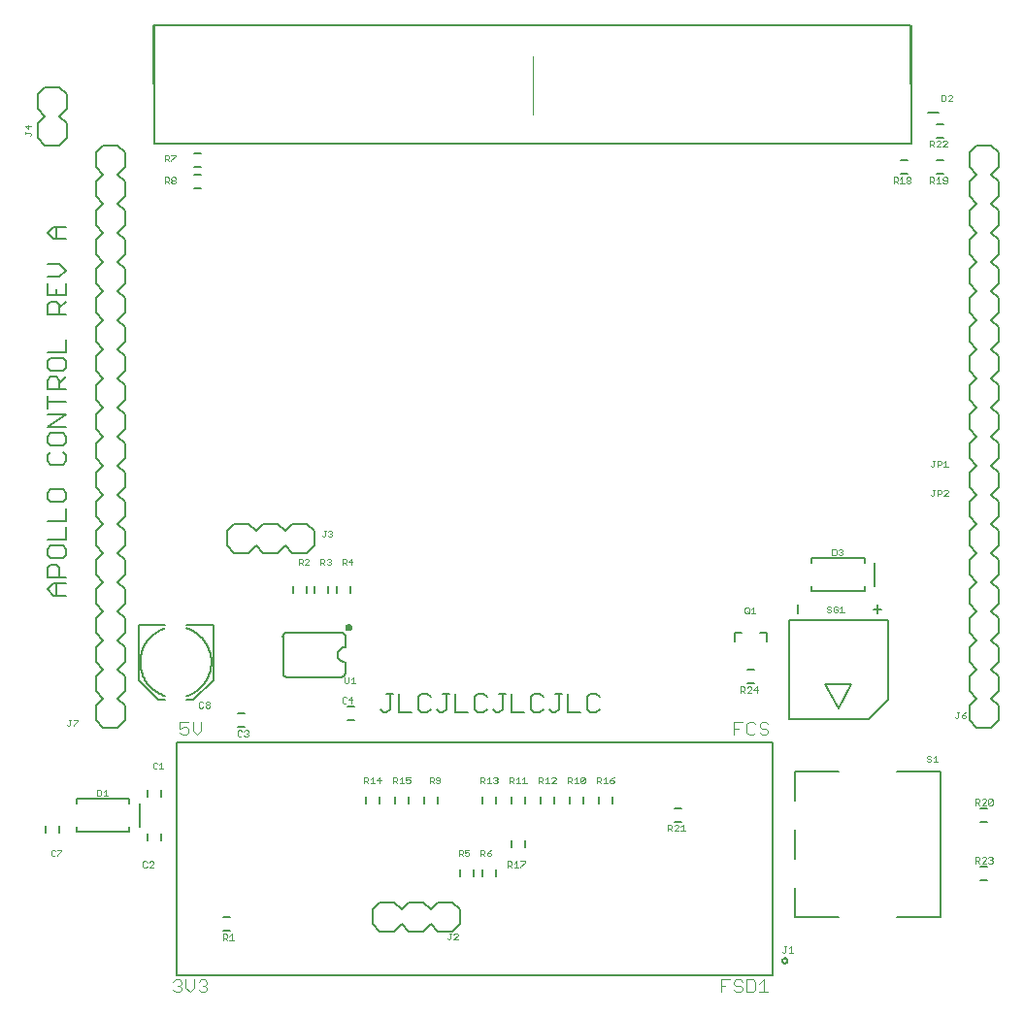
<source format=gto>
G04 EAGLE Gerber RS-274X export*
G75*
%MOMM*%
%FSLAX34Y34*%
%LPD*%
%INSilkscreen Top*%
%IPPOS*%
%AMOC8*
5,1,8,0,0,1.08239X$1,22.5*%
G01*
%ADD10C,0.152400*%
%ADD11C,0.076200*%
%ADD12C,0.203200*%
%ADD13C,0.127000*%
%ADD14C,0.101600*%
%ADD15C,0.200000*%
%ADD16C,0.000000*%

G36*
X284870Y325505D02*
X284870Y325505D01*
X284872Y325507D01*
X284873Y325506D01*
X285544Y325741D01*
X285545Y325742D01*
X285546Y325742D01*
X286148Y326120D01*
X286149Y326122D01*
X286151Y326122D01*
X286653Y326624D01*
X286653Y326626D01*
X286655Y326627D01*
X287033Y327229D01*
X287033Y327230D01*
X287034Y327231D01*
X287269Y327902D01*
X287269Y327904D01*
X287270Y327905D01*
X287349Y328611D01*
X287349Y328612D01*
X287348Y328613D01*
X287349Y328614D01*
X287270Y329320D01*
X287268Y329322D01*
X287269Y329323D01*
X287034Y329994D01*
X287033Y329995D01*
X287033Y329996D01*
X286655Y330598D01*
X286653Y330599D01*
X286653Y330601D01*
X286151Y331103D01*
X286149Y331103D01*
X286148Y331105D01*
X285546Y331483D01*
X285545Y331483D01*
X285544Y331484D01*
X284873Y331719D01*
X284871Y331719D01*
X284870Y331720D01*
X284164Y331799D01*
X284162Y331798D01*
X284161Y331799D01*
X283455Y331720D01*
X283453Y331718D01*
X283452Y331719D01*
X282781Y331484D01*
X282780Y331483D01*
X282779Y331483D01*
X282177Y331105D01*
X282176Y331103D01*
X282174Y331103D01*
X281672Y330601D01*
X281672Y330599D01*
X281670Y330598D01*
X281292Y329996D01*
X281292Y329995D01*
X281291Y329994D01*
X281056Y329323D01*
X281057Y329321D01*
X281055Y329320D01*
X280976Y328614D01*
X280977Y328612D01*
X280976Y328611D01*
X281055Y327905D01*
X281057Y327903D01*
X281056Y327902D01*
X281291Y327231D01*
X281292Y327230D01*
X281292Y327229D01*
X281670Y326627D01*
X281672Y326626D01*
X281672Y326624D01*
X282174Y326122D01*
X282176Y326122D01*
X282177Y326120D01*
X282779Y325742D01*
X282780Y325742D01*
X282781Y325741D01*
X283452Y325506D01*
X283454Y325507D01*
X283455Y325505D01*
X284161Y325426D01*
X284163Y325427D01*
X284164Y325426D01*
X284870Y325505D01*
G37*
D10*
X311912Y257474D02*
X314624Y254762D01*
X317335Y254762D01*
X320047Y257474D01*
X320047Y271032D01*
X317335Y271032D02*
X322759Y271032D01*
X328284Y271032D02*
X328284Y254762D01*
X339130Y254762D01*
X352790Y271032D02*
X355502Y268320D01*
X352790Y271032D02*
X347367Y271032D01*
X344655Y268320D01*
X344655Y257474D01*
X347367Y254762D01*
X352790Y254762D01*
X355502Y257474D01*
X361027Y257474D02*
X363738Y254762D01*
X366450Y254762D01*
X369162Y257474D01*
X369162Y271032D01*
X371873Y271032D02*
X366450Y271032D01*
X377398Y271032D02*
X377398Y254762D01*
X388245Y254762D01*
X401905Y271032D02*
X404616Y268320D01*
X401905Y271032D02*
X396481Y271032D01*
X393770Y268320D01*
X393770Y257474D01*
X396481Y254762D01*
X401905Y254762D01*
X404616Y257474D01*
X410141Y257474D02*
X412853Y254762D01*
X415565Y254762D01*
X418276Y257474D01*
X418276Y271032D01*
X415565Y271032D02*
X420988Y271032D01*
X426513Y271032D02*
X426513Y254762D01*
X437360Y254762D01*
X451019Y271032D02*
X453731Y268320D01*
X451019Y271032D02*
X445596Y271032D01*
X442885Y268320D01*
X442885Y257474D01*
X445596Y254762D01*
X451019Y254762D01*
X453731Y257474D01*
X459256Y257474D02*
X461968Y254762D01*
X464679Y254762D01*
X467391Y257474D01*
X467391Y271032D01*
X464679Y271032D02*
X470103Y271032D01*
X475628Y271032D02*
X475628Y254762D01*
X486474Y254762D01*
X500134Y271032D02*
X502846Y268320D01*
X500134Y271032D02*
X494711Y271032D01*
X491999Y268320D01*
X491999Y257474D01*
X494711Y254762D01*
X500134Y254762D01*
X502846Y257474D01*
X37338Y356362D02*
X26491Y356362D01*
X21068Y361785D01*
X26491Y367209D01*
X37338Y367209D01*
X29203Y367209D02*
X29203Y356362D01*
X37338Y372734D02*
X21068Y372734D01*
X21068Y380869D01*
X23780Y383580D01*
X29203Y383580D01*
X31915Y380869D01*
X31915Y372734D01*
X21068Y391817D02*
X21068Y397240D01*
X21068Y391817D02*
X23780Y389105D01*
X34626Y389105D01*
X37338Y391817D01*
X37338Y397240D01*
X34626Y399952D01*
X23780Y399952D01*
X21068Y397240D01*
X21068Y405477D02*
X37338Y405477D01*
X37338Y416323D01*
X37338Y421848D02*
X21068Y421848D01*
X37338Y421848D02*
X37338Y432695D01*
X21068Y440931D02*
X21068Y446355D01*
X21068Y440931D02*
X23780Y438220D01*
X34626Y438220D01*
X37338Y440931D01*
X37338Y446355D01*
X34626Y449066D01*
X23780Y449066D01*
X21068Y446355D01*
X21068Y479098D02*
X23780Y481810D01*
X21068Y479098D02*
X21068Y473675D01*
X23780Y470963D01*
X34626Y470963D01*
X37338Y473675D01*
X37338Y479098D01*
X34626Y481810D01*
X21068Y490046D02*
X21068Y495469D01*
X21068Y490046D02*
X23780Y487335D01*
X34626Y487335D01*
X37338Y490046D01*
X37338Y495469D01*
X34626Y498181D01*
X23780Y498181D01*
X21068Y495469D01*
X21068Y503706D02*
X37338Y503706D01*
X37338Y514553D02*
X21068Y503706D01*
X21068Y514553D02*
X37338Y514553D01*
X37338Y525501D02*
X21068Y525501D01*
X21068Y520078D02*
X21068Y530924D01*
X21068Y536449D02*
X37338Y536449D01*
X21068Y536449D02*
X21068Y544584D01*
X23780Y547296D01*
X29203Y547296D01*
X31915Y544584D01*
X31915Y536449D01*
X31915Y541872D02*
X37338Y547296D01*
X21068Y555532D02*
X21068Y560956D01*
X21068Y555532D02*
X23780Y552821D01*
X34626Y552821D01*
X37338Y555532D01*
X37338Y560956D01*
X34626Y563667D01*
X23780Y563667D01*
X21068Y560956D01*
X21068Y569192D02*
X37338Y569192D01*
X37338Y580039D01*
X37338Y601935D02*
X21068Y601935D01*
X21068Y610070D01*
X23780Y612782D01*
X29203Y612782D01*
X31915Y610070D01*
X31915Y601935D01*
X31915Y607359D02*
X37338Y612782D01*
X21068Y618307D02*
X21068Y629154D01*
X21068Y618307D02*
X37338Y618307D01*
X37338Y629154D01*
X29203Y623730D02*
X29203Y618307D01*
X31915Y634679D02*
X21068Y634679D01*
X31915Y634679D02*
X37338Y640102D01*
X31915Y645525D01*
X21068Y645525D01*
X26491Y667422D02*
X37338Y667422D01*
X26491Y667422D02*
X21068Y672845D01*
X26491Y678268D01*
X37338Y678268D01*
X29203Y678268D02*
X29203Y667422D01*
X108300Y187150D02*
X108300Y181150D01*
X120300Y181150D02*
X120300Y187150D01*
D11*
X116970Y209935D02*
X116080Y210825D01*
X114301Y210825D01*
X113411Y209935D01*
X113411Y206376D01*
X114301Y205486D01*
X116080Y205486D01*
X116970Y206376D01*
X119024Y209045D02*
X120804Y210825D01*
X120804Y205486D01*
X122583Y205486D02*
X119024Y205486D01*
D10*
X120300Y149050D02*
X120300Y143050D01*
X108300Y143050D02*
X108300Y149050D01*
D11*
X107394Y124719D02*
X108284Y123829D01*
X107394Y124719D02*
X105615Y124719D01*
X104725Y123829D01*
X104725Y120270D01*
X105615Y119380D01*
X107394Y119380D01*
X108284Y120270D01*
X110338Y119380D02*
X113897Y119380D01*
X110338Y119380D02*
X113897Y122939D01*
X113897Y123829D01*
X113007Y124719D01*
X111228Y124719D01*
X110338Y123829D01*
D10*
X187500Y241650D02*
X193500Y241650D01*
X193500Y253650D02*
X187500Y253650D01*
D11*
X189944Y239019D02*
X190834Y238129D01*
X189944Y239019D02*
X188165Y239019D01*
X187275Y238129D01*
X187275Y234570D01*
X188165Y233680D01*
X189944Y233680D01*
X190834Y234570D01*
X192888Y238129D02*
X193778Y239019D01*
X195557Y239019D01*
X196447Y238129D01*
X196447Y237239D01*
X195557Y236349D01*
X194667Y236349D01*
X195557Y236349D02*
X196447Y235460D01*
X196447Y234570D01*
X195557Y233680D01*
X193778Y233680D01*
X192888Y234570D01*
D10*
X282750Y260000D02*
X288750Y260000D01*
X288750Y248000D02*
X282750Y248000D01*
D11*
X282070Y267085D02*
X281180Y267975D01*
X279401Y267975D01*
X278511Y267085D01*
X278511Y263526D01*
X279401Y262636D01*
X281180Y262636D01*
X282070Y263526D01*
X286793Y262636D02*
X286793Y267975D01*
X284124Y265305D01*
X287683Y265305D01*
D12*
X46850Y179600D02*
X46850Y175100D01*
X46850Y179600D02*
X92850Y179600D01*
X92850Y175100D01*
X92850Y155100D02*
X92850Y150600D01*
X46850Y150600D01*
X46850Y155100D01*
X101600Y155100D02*
X101600Y175100D01*
D11*
X64618Y181991D02*
X64618Y187330D01*
X64618Y181991D02*
X67287Y181991D01*
X68177Y182881D01*
X68177Y186440D01*
X67287Y187330D01*
X64618Y187330D01*
X70231Y185550D02*
X72011Y187330D01*
X72011Y181991D01*
X73790Y181991D02*
X70231Y181991D01*
D13*
X133700Y25500D02*
X653700Y25500D01*
X133700Y25500D02*
X133700Y228500D01*
X653700Y228500D01*
X653700Y25500D01*
D14*
X609202Y21446D02*
X609202Y10447D01*
X609202Y21446D02*
X616535Y21446D01*
X612869Y15947D02*
X609202Y15947D01*
X625757Y21446D02*
X627590Y19613D01*
X625757Y21446D02*
X622091Y21446D01*
X620257Y19613D01*
X620257Y17780D01*
X622091Y15947D01*
X625757Y15947D01*
X627590Y14113D01*
X627590Y12280D01*
X625757Y10447D01*
X622091Y10447D01*
X620257Y12280D01*
X631313Y10447D02*
X631313Y21446D01*
X631313Y10447D02*
X636812Y10447D01*
X638646Y12280D01*
X638646Y19613D01*
X636812Y21446D01*
X631313Y21446D01*
X642368Y17780D02*
X646034Y21446D01*
X646034Y10447D01*
X642368Y10447D02*
X649701Y10447D01*
X620423Y235023D02*
X620423Y246031D01*
X627762Y246031D01*
X624093Y240527D02*
X620423Y240527D01*
X636991Y246031D02*
X638825Y244197D01*
X636991Y246031D02*
X633321Y246031D01*
X631486Y244197D01*
X631486Y236858D01*
X633321Y235023D01*
X636991Y235023D01*
X638825Y236858D01*
X648054Y246031D02*
X649889Y244197D01*
X648054Y246031D02*
X644384Y246031D01*
X642550Y244197D01*
X642550Y242362D01*
X644384Y240527D01*
X648054Y240527D01*
X649889Y238692D01*
X649889Y236858D01*
X648054Y235023D01*
X644384Y235023D01*
X642550Y236858D01*
X132872Y21441D02*
X131039Y19608D01*
X132872Y21441D02*
X136539Y21441D01*
X138372Y19608D01*
X138372Y17775D01*
X136539Y15941D01*
X134705Y15941D01*
X136539Y15941D02*
X138372Y14108D01*
X138372Y12274D01*
X136539Y10441D01*
X132872Y10441D01*
X131039Y12274D01*
X142094Y14108D02*
X142094Y21441D01*
X142094Y14108D02*
X145761Y10441D01*
X149428Y14108D01*
X149428Y21441D01*
X153150Y19608D02*
X154984Y21441D01*
X158650Y21441D01*
X160484Y19608D01*
X160484Y17775D01*
X158650Y15941D01*
X156817Y15941D01*
X158650Y15941D02*
X160484Y14108D01*
X160484Y12274D01*
X158650Y10441D01*
X154984Y10441D01*
X153150Y12274D01*
X144367Y245939D02*
X137034Y245939D01*
X137034Y240440D01*
X140701Y242273D01*
X142534Y242273D01*
X144367Y240440D01*
X144367Y236773D01*
X142534Y234940D01*
X138868Y234940D01*
X137034Y236773D01*
X148089Y238607D02*
X148089Y245939D01*
X148089Y238607D02*
X151756Y234940D01*
X155422Y238607D01*
X155422Y245939D01*
D15*
X662464Y38000D02*
X662466Y38094D01*
X662472Y38188D01*
X662482Y38282D01*
X662496Y38375D01*
X662514Y38468D01*
X662535Y38560D01*
X662561Y38650D01*
X662590Y38740D01*
X662623Y38828D01*
X662660Y38915D01*
X662700Y39000D01*
X662744Y39084D01*
X662792Y39165D01*
X662842Y39245D01*
X662897Y39322D01*
X662954Y39397D01*
X663014Y39469D01*
X663078Y39539D01*
X663144Y39606D01*
X663213Y39670D01*
X663285Y39731D01*
X663359Y39789D01*
X663436Y39844D01*
X663515Y39896D01*
X663596Y39944D01*
X663679Y39989D01*
X663763Y40030D01*
X663850Y40068D01*
X663938Y40102D01*
X664027Y40132D01*
X664117Y40159D01*
X664209Y40181D01*
X664301Y40200D01*
X664395Y40215D01*
X664488Y40226D01*
X664582Y40233D01*
X664676Y40236D01*
X664771Y40235D01*
X664865Y40230D01*
X664959Y40221D01*
X665052Y40208D01*
X665145Y40191D01*
X665237Y40171D01*
X665328Y40146D01*
X665418Y40118D01*
X665506Y40086D01*
X665594Y40050D01*
X665679Y40010D01*
X665763Y39967D01*
X665845Y39921D01*
X665925Y39871D01*
X666003Y39817D01*
X666078Y39761D01*
X666151Y39701D01*
X666222Y39638D01*
X666289Y39573D01*
X666354Y39504D01*
X666416Y39433D01*
X666475Y39360D01*
X666531Y39284D01*
X666583Y39205D01*
X666632Y39125D01*
X666678Y39042D01*
X666720Y38958D01*
X666759Y38872D01*
X666794Y38784D01*
X666825Y38695D01*
X666853Y38605D01*
X666876Y38514D01*
X666896Y38422D01*
X666912Y38329D01*
X666924Y38235D01*
X666932Y38141D01*
X666936Y38047D01*
X666936Y37953D01*
X666932Y37859D01*
X666924Y37765D01*
X666912Y37671D01*
X666896Y37578D01*
X666876Y37486D01*
X666853Y37395D01*
X666825Y37305D01*
X666794Y37216D01*
X666759Y37128D01*
X666720Y37042D01*
X666678Y36958D01*
X666632Y36875D01*
X666583Y36795D01*
X666531Y36716D01*
X666475Y36640D01*
X666416Y36567D01*
X666354Y36496D01*
X666289Y36427D01*
X666222Y36362D01*
X666151Y36299D01*
X666078Y36239D01*
X666003Y36183D01*
X665925Y36129D01*
X665845Y36079D01*
X665763Y36033D01*
X665679Y35990D01*
X665594Y35950D01*
X665506Y35914D01*
X665418Y35882D01*
X665328Y35854D01*
X665237Y35829D01*
X665145Y35809D01*
X665052Y35792D01*
X664959Y35779D01*
X664865Y35770D01*
X664771Y35765D01*
X664676Y35764D01*
X664582Y35767D01*
X664488Y35774D01*
X664395Y35785D01*
X664301Y35800D01*
X664209Y35819D01*
X664117Y35841D01*
X664027Y35868D01*
X663938Y35898D01*
X663850Y35932D01*
X663763Y35970D01*
X663679Y36011D01*
X663596Y36056D01*
X663515Y36104D01*
X663436Y36156D01*
X663359Y36211D01*
X663285Y36269D01*
X663213Y36330D01*
X663144Y36394D01*
X663078Y36461D01*
X663014Y36531D01*
X662954Y36603D01*
X662897Y36678D01*
X662842Y36755D01*
X662792Y36835D01*
X662744Y36916D01*
X662700Y37000D01*
X662660Y37085D01*
X662623Y37172D01*
X662590Y37260D01*
X662561Y37350D01*
X662535Y37440D01*
X662514Y37532D01*
X662496Y37625D01*
X662482Y37718D01*
X662472Y37812D01*
X662466Y37906D01*
X662464Y38000D01*
D11*
X663436Y44940D02*
X662546Y45830D01*
X663436Y44940D02*
X664325Y44940D01*
X665215Y45830D01*
X665215Y50279D01*
X664325Y50279D02*
X666105Y50279D01*
X668159Y48499D02*
X669938Y50279D01*
X669938Y44940D01*
X668159Y44940D02*
X671718Y44940D01*
D12*
X330200Y69850D02*
X323850Y63500D01*
X311150Y63500D01*
X304800Y69850D01*
X304800Y82550D02*
X311150Y88900D01*
X323850Y88900D01*
X330200Y82550D01*
X361950Y63500D02*
X374650Y63500D01*
X361950Y63500D02*
X355600Y69850D01*
X355600Y82550D02*
X361950Y88900D01*
X355600Y69850D02*
X349250Y63500D01*
X336550Y63500D01*
X330200Y69850D01*
X330200Y82550D02*
X336550Y88900D01*
X349250Y88900D01*
X355600Y82550D01*
X381000Y82550D02*
X381000Y69850D01*
X374650Y63500D01*
X381000Y82550D02*
X374650Y88900D01*
X361950Y88900D01*
X304800Y82550D02*
X304800Y69850D01*
D11*
X370155Y57405D02*
X371045Y56515D01*
X371934Y56515D01*
X372824Y57405D01*
X372824Y61854D01*
X371934Y61854D02*
X373714Y61854D01*
X375768Y56515D02*
X379327Y56515D01*
X375768Y56515D02*
X379327Y60074D01*
X379327Y60964D01*
X378437Y61854D01*
X376658Y61854D01*
X375768Y60964D01*
D12*
X196850Y393700D02*
X203200Y400050D01*
X196850Y393700D02*
X184150Y393700D01*
X177800Y400050D01*
X177800Y412750D02*
X184150Y419100D01*
X196850Y419100D01*
X203200Y412750D01*
X234950Y393700D02*
X247650Y393700D01*
X234950Y393700D02*
X228600Y400050D01*
X228600Y412750D02*
X234950Y419100D01*
X228600Y400050D02*
X222250Y393700D01*
X209550Y393700D01*
X203200Y400050D01*
X203200Y412750D02*
X209550Y419100D01*
X222250Y419100D01*
X228600Y412750D01*
X254000Y412750D02*
X254000Y400050D01*
X247650Y393700D01*
X254000Y412750D02*
X247650Y419100D01*
X234950Y419100D01*
X177800Y412750D02*
X177800Y400050D01*
D11*
X260731Y408941D02*
X261621Y408051D01*
X262511Y408051D01*
X263400Y408941D01*
X263400Y413390D01*
X262511Y413390D02*
X264290Y413390D01*
X266344Y412500D02*
X267234Y413390D01*
X269013Y413390D01*
X269903Y412500D01*
X269903Y411610D01*
X269013Y410720D01*
X268124Y410720D01*
X269013Y410720D02*
X269903Y409831D01*
X269903Y408941D01*
X269013Y408051D01*
X267234Y408051D01*
X266344Y408941D01*
D10*
X180800Y63850D02*
X174800Y63850D01*
X174800Y75850D02*
X180800Y75850D01*
D11*
X174575Y61219D02*
X174575Y55880D01*
X174575Y61219D02*
X177244Y61219D01*
X178134Y60329D01*
X178134Y58549D01*
X177244Y57660D01*
X174575Y57660D01*
X176354Y57660D02*
X178134Y55880D01*
X180188Y59439D02*
X181967Y61219D01*
X181967Y55880D01*
X180188Y55880D02*
X183747Y55880D01*
D10*
X488600Y174800D02*
X488600Y180800D01*
X476600Y180800D02*
X476600Y174800D01*
D11*
X475361Y192786D02*
X475361Y198125D01*
X478030Y198125D01*
X478920Y197235D01*
X478920Y195455D01*
X478030Y194566D01*
X475361Y194566D01*
X477141Y194566D02*
X478920Y192786D01*
X480974Y196345D02*
X482754Y198125D01*
X482754Y192786D01*
X484533Y192786D02*
X480974Y192786D01*
X486587Y193676D02*
X486587Y197235D01*
X487477Y198125D01*
X489256Y198125D01*
X490146Y197235D01*
X490146Y193676D01*
X489256Y192786D01*
X487477Y192786D01*
X486587Y193676D01*
X490146Y197235D01*
D10*
X437800Y180800D02*
X437800Y174800D01*
X425800Y174800D02*
X425800Y180800D01*
D11*
X424561Y192786D02*
X424561Y198125D01*
X427230Y198125D01*
X428120Y197235D01*
X428120Y195455D01*
X427230Y194566D01*
X424561Y194566D01*
X426341Y194566D02*
X428120Y192786D01*
X430174Y196345D02*
X431954Y198125D01*
X431954Y192786D01*
X433733Y192786D02*
X430174Y192786D01*
X435787Y196345D02*
X437567Y198125D01*
X437567Y192786D01*
X439346Y192786D02*
X435787Y192786D01*
D10*
X463200Y180800D02*
X463200Y174800D01*
X451200Y174800D02*
X451200Y180800D01*
D11*
X449961Y192786D02*
X449961Y198125D01*
X452630Y198125D01*
X453520Y197235D01*
X453520Y195455D01*
X452630Y194566D01*
X449961Y194566D01*
X451741Y194566D02*
X453520Y192786D01*
X455574Y196345D02*
X457354Y198125D01*
X457354Y192786D01*
X459133Y192786D02*
X455574Y192786D01*
X461187Y192786D02*
X464746Y192786D01*
X461187Y192786D02*
X464746Y196345D01*
X464746Y197235D01*
X463856Y198125D01*
X462077Y198125D01*
X461187Y197235D01*
D10*
X412400Y180800D02*
X412400Y174800D01*
X400400Y174800D02*
X400400Y180800D01*
D11*
X399161Y192786D02*
X399161Y198125D01*
X401830Y198125D01*
X402720Y197235D01*
X402720Y195455D01*
X401830Y194566D01*
X399161Y194566D01*
X400941Y194566D02*
X402720Y192786D01*
X404774Y196345D02*
X406554Y198125D01*
X406554Y192786D01*
X408333Y192786D02*
X404774Y192786D01*
X410387Y197235D02*
X411277Y198125D01*
X413056Y198125D01*
X413946Y197235D01*
X413946Y196345D01*
X413056Y195455D01*
X412167Y195455D01*
X413056Y195455D02*
X413946Y194566D01*
X413946Y193676D01*
X413056Y192786D01*
X411277Y192786D01*
X410387Y193676D01*
D10*
X310800Y180800D02*
X310800Y174800D01*
X298800Y174800D02*
X298800Y180800D01*
D11*
X297561Y192786D02*
X297561Y198125D01*
X300230Y198125D01*
X301120Y197235D01*
X301120Y195455D01*
X300230Y194566D01*
X297561Y194566D01*
X299341Y194566D02*
X301120Y192786D01*
X303174Y196345D02*
X304954Y198125D01*
X304954Y192786D01*
X306733Y192786D02*
X303174Y192786D01*
X311456Y192786D02*
X311456Y198125D01*
X308787Y195455D01*
X312346Y195455D01*
D10*
X336200Y180800D02*
X336200Y174800D01*
X324200Y174800D02*
X324200Y180800D01*
D11*
X322961Y192786D02*
X322961Y198125D01*
X325630Y198125D01*
X326520Y197235D01*
X326520Y195455D01*
X325630Y194566D01*
X322961Y194566D01*
X324741Y194566D02*
X326520Y192786D01*
X328574Y196345D02*
X330354Y198125D01*
X330354Y192786D01*
X332133Y192786D02*
X328574Y192786D01*
X334187Y198125D02*
X337746Y198125D01*
X334187Y198125D02*
X334187Y195455D01*
X335967Y196345D01*
X336856Y196345D01*
X337746Y195455D01*
X337746Y193676D01*
X336856Y192786D01*
X335077Y192786D01*
X334187Y193676D01*
D10*
X514000Y180800D02*
X514000Y174800D01*
X502000Y174800D02*
X502000Y180800D01*
D11*
X500761Y192786D02*
X500761Y198125D01*
X503430Y198125D01*
X504320Y197235D01*
X504320Y195455D01*
X503430Y194566D01*
X500761Y194566D01*
X502541Y194566D02*
X504320Y192786D01*
X506374Y196345D02*
X508154Y198125D01*
X508154Y192786D01*
X509933Y192786D02*
X506374Y192786D01*
X513767Y197235D02*
X515546Y198125D01*
X513767Y197235D02*
X511987Y195455D01*
X511987Y193676D01*
X512877Y192786D01*
X514656Y192786D01*
X515546Y193676D01*
X515546Y194566D01*
X514656Y195455D01*
X511987Y195455D01*
D10*
X425800Y142700D02*
X425800Y136700D01*
X437800Y136700D02*
X437800Y142700D01*
D11*
X422962Y124719D02*
X422962Y119380D01*
X422962Y124719D02*
X425631Y124719D01*
X426521Y123829D01*
X426521Y122049D01*
X425631Y121160D01*
X422962Y121160D01*
X424741Y121160D02*
X426521Y119380D01*
X428575Y122939D02*
X430354Y124719D01*
X430354Y119380D01*
X428575Y119380D02*
X432134Y119380D01*
X434188Y124719D02*
X437747Y124719D01*
X437747Y123829D01*
X434188Y120270D01*
X434188Y119380D01*
D10*
X247300Y358950D02*
X247300Y364950D01*
X235300Y364950D02*
X235300Y358950D01*
D11*
X240411Y383286D02*
X240411Y388625D01*
X243080Y388625D01*
X243970Y387735D01*
X243970Y385955D01*
X243080Y385066D01*
X240411Y385066D01*
X242191Y385066D02*
X243970Y383286D01*
X246024Y383286D02*
X249583Y383286D01*
X246024Y383286D02*
X249583Y386845D01*
X249583Y387735D01*
X248693Y388625D01*
X246914Y388625D01*
X246024Y387735D01*
D10*
X266350Y364950D02*
X266350Y358950D01*
X254350Y358950D02*
X254350Y364950D01*
D11*
X259461Y383286D02*
X259461Y388625D01*
X262130Y388625D01*
X263020Y387735D01*
X263020Y385955D01*
X262130Y385066D01*
X259461Y385066D01*
X261241Y385066D02*
X263020Y383286D01*
X265074Y387735D02*
X265964Y388625D01*
X267743Y388625D01*
X268633Y387735D01*
X268633Y386845D01*
X267743Y385955D01*
X266854Y385955D01*
X267743Y385955D02*
X268633Y385066D01*
X268633Y384176D01*
X267743Y383286D01*
X265964Y383286D01*
X265074Y384176D01*
D10*
X285400Y364950D02*
X285400Y358950D01*
X273400Y358950D02*
X273400Y364950D01*
D11*
X278511Y383286D02*
X278511Y388625D01*
X281180Y388625D01*
X282070Y387735D01*
X282070Y385955D01*
X281180Y385066D01*
X278511Y385066D01*
X280291Y385066D02*
X282070Y383286D01*
X286793Y383286D02*
X286793Y388625D01*
X284124Y385955D01*
X287683Y385955D01*
D10*
X393350Y117300D02*
X393350Y111300D01*
X381350Y111300D02*
X381350Y117300D01*
D11*
X380111Y129286D02*
X380111Y134625D01*
X382780Y134625D01*
X383670Y133735D01*
X383670Y131955D01*
X382780Y131066D01*
X380111Y131066D01*
X381891Y131066D02*
X383670Y129286D01*
X385724Y134625D02*
X389283Y134625D01*
X385724Y134625D02*
X385724Y131955D01*
X387504Y132845D01*
X388393Y132845D01*
X389283Y131955D01*
X389283Y130176D01*
X388393Y129286D01*
X386614Y129286D01*
X385724Y130176D01*
D10*
X412400Y117300D02*
X412400Y111300D01*
X400400Y111300D02*
X400400Y117300D01*
D11*
X399161Y129286D02*
X399161Y134625D01*
X401830Y134625D01*
X402720Y133735D01*
X402720Y131955D01*
X401830Y131066D01*
X399161Y131066D01*
X400941Y131066D02*
X402720Y129286D01*
X406554Y133735D02*
X408333Y134625D01*
X406554Y133735D02*
X404774Y131955D01*
X404774Y130176D01*
X405664Y129286D01*
X407443Y129286D01*
X408333Y130176D01*
X408333Y131066D01*
X407443Y131955D01*
X404774Y131955D01*
D10*
X155400Y730600D02*
X149400Y730600D01*
X149400Y742600D02*
X155400Y742600D01*
D11*
X123775Y740669D02*
X123775Y735330D01*
X123775Y740669D02*
X126444Y740669D01*
X127334Y739779D01*
X127334Y737999D01*
X126444Y737110D01*
X123775Y737110D01*
X125554Y737110D02*
X127334Y735330D01*
X129388Y740669D02*
X132947Y740669D01*
X132947Y739779D01*
X129388Y736220D01*
X129388Y735330D01*
D10*
X149400Y711550D02*
X155400Y711550D01*
X155400Y723550D02*
X149400Y723550D01*
D11*
X123775Y721619D02*
X123775Y716280D01*
X123775Y721619D02*
X126444Y721619D01*
X127334Y720729D01*
X127334Y718949D01*
X126444Y718060D01*
X123775Y718060D01*
X125554Y718060D02*
X127334Y716280D01*
X129388Y720729D02*
X130278Y721619D01*
X132057Y721619D01*
X132947Y720729D01*
X132947Y719839D01*
X132057Y718949D01*
X132947Y718060D01*
X132947Y717170D01*
X132057Y716280D01*
X130278Y716280D01*
X129388Y717170D01*
X129388Y718060D01*
X130278Y718949D01*
X129388Y719839D01*
X129388Y720729D01*
X130278Y718949D02*
X132057Y718949D01*
D10*
X349600Y180800D02*
X349600Y174800D01*
X361600Y174800D02*
X361600Y180800D01*
D11*
X354711Y192786D02*
X354711Y198125D01*
X357380Y198125D01*
X358270Y197235D01*
X358270Y195455D01*
X357380Y194566D01*
X354711Y194566D01*
X356491Y194566D02*
X358270Y192786D01*
X360324Y193676D02*
X361214Y192786D01*
X362993Y192786D01*
X363883Y193676D01*
X363883Y197235D01*
X362993Y198125D01*
X361214Y198125D01*
X360324Y197235D01*
X360324Y196345D01*
X361214Y195455D01*
X363883Y195455D01*
D12*
X114300Y750600D02*
X113538Y853724D01*
X773938Y853724D01*
X774700Y750600D01*
X114300Y750600D01*
D16*
X444500Y776000D02*
X444500Y826800D01*
X114300Y854000D02*
X114300Y750600D01*
X114300Y854000D02*
X774700Y854000D01*
X774700Y750600D01*
X114300Y750600D01*
D12*
X230632Y285337D02*
X277368Y285337D01*
X226822Y320453D02*
X226806Y320566D01*
X226795Y320680D01*
X226788Y320794D01*
X226784Y320908D01*
X226785Y321023D01*
X226789Y321137D01*
X226797Y321251D01*
X226809Y321365D01*
X226825Y321478D01*
X226845Y321590D01*
X226869Y321702D01*
X226896Y321813D01*
X226928Y321923D01*
X226963Y322032D01*
X227001Y322140D01*
X227044Y322246D01*
X227090Y322350D01*
X227139Y322454D01*
X227192Y322555D01*
X227248Y322654D01*
X227308Y322752D01*
X227371Y322847D01*
X227438Y322940D01*
X227507Y323031D01*
X227579Y323119D01*
X227655Y323205D01*
X227733Y323289D01*
X227814Y323369D01*
X227898Y323447D01*
X227985Y323522D01*
X228074Y323593D01*
X228165Y323662D01*
X228259Y323728D01*
X228354Y323790D01*
X228452Y323849D01*
X228552Y323905D01*
X228654Y323957D01*
X228757Y324006D01*
X228862Y324051D01*
X228969Y324092D01*
X229077Y324130D01*
X229186Y324165D01*
X229296Y324195D01*
X229407Y324222D01*
X229519Y324244D01*
X229632Y324263D01*
X277368Y285337D02*
X277498Y285354D01*
X277627Y285375D01*
X277756Y285400D01*
X277884Y285428D01*
X278011Y285461D01*
X278137Y285497D01*
X278262Y285538D01*
X278385Y285582D01*
X278507Y285629D01*
X278628Y285681D01*
X278747Y285735D01*
X278864Y285794D01*
X278979Y285856D01*
X279093Y285921D01*
X279205Y285990D01*
X279314Y286063D01*
X279421Y286138D01*
X279526Y286217D01*
X279628Y286299D01*
X279728Y286384D01*
X279825Y286471D01*
X279920Y286562D01*
X280012Y286656D01*
X280101Y286752D01*
X280187Y286851D01*
X280269Y286952D01*
X280349Y287056D01*
X280426Y287163D01*
X280499Y287271D01*
X280569Y287382D01*
X280636Y287495D01*
X280699Y287610D01*
X280759Y287726D01*
X280815Y287845D01*
X280868Y287965D01*
X280917Y288086D01*
X280962Y288209D01*
X281004Y288334D01*
X281042Y288459D01*
X281075Y288586D01*
X281106Y288713D01*
X281132Y288842D01*
X281154Y288971D01*
X281173Y289101D01*
X281187Y289231D01*
X281198Y289362D01*
X281204Y289493D01*
X281207Y289624D01*
X281206Y289755D01*
X281200Y289886D01*
X281191Y290016D01*
X281178Y290147D01*
X230632Y285337D02*
X230510Y285339D01*
X230388Y285345D01*
X230266Y285355D01*
X230145Y285368D01*
X230024Y285386D01*
X229904Y285407D01*
X229784Y285432D01*
X229665Y285461D01*
X229548Y285494D01*
X229431Y285531D01*
X229316Y285571D01*
X229202Y285615D01*
X229090Y285663D01*
X228979Y285714D01*
X228870Y285769D01*
X228762Y285827D01*
X228657Y285889D01*
X228553Y285954D01*
X228452Y286022D01*
X228353Y286093D01*
X228256Y286168D01*
X228162Y286246D01*
X228070Y286326D01*
X227981Y286410D01*
X227895Y286496D01*
X227811Y286585D01*
X227731Y286677D01*
X227653Y286771D01*
X227578Y286868D01*
X227507Y286967D01*
X227439Y287068D01*
X227374Y287172D01*
X227312Y287277D01*
X227254Y287385D01*
X227199Y287494D01*
X227148Y287605D01*
X227100Y287717D01*
X227056Y287831D01*
X227016Y287946D01*
X226979Y288063D01*
X226946Y288180D01*
X226917Y288299D01*
X226892Y288419D01*
X226871Y288539D01*
X226853Y288660D01*
X226840Y288781D01*
X226830Y288903D01*
X226824Y289025D01*
X226822Y289147D01*
X277367Y324263D02*
X277481Y324278D01*
X277595Y324290D01*
X277709Y324297D01*
X277823Y324301D01*
X277937Y324300D01*
X278052Y324296D01*
X278166Y324288D01*
X278279Y324276D01*
X278392Y324260D01*
X278505Y324240D01*
X278617Y324216D01*
X278728Y324189D01*
X278838Y324158D01*
X278947Y324123D01*
X279054Y324084D01*
X279161Y324042D01*
X279265Y323996D01*
X279368Y323946D01*
X279470Y323893D01*
X279569Y323837D01*
X279667Y323777D01*
X279762Y323714D01*
X279855Y323648D01*
X279946Y323578D01*
X280034Y323506D01*
X280120Y323430D01*
X280203Y323352D01*
X280284Y323271D01*
X280362Y323187D01*
X280436Y323101D01*
X280508Y323012D01*
X280577Y322920D01*
X280643Y322827D01*
X280705Y322731D01*
X280764Y322633D01*
X280820Y322533D01*
X280872Y322431D01*
X280920Y322328D01*
X280966Y322223D01*
X281007Y322116D01*
X281045Y322008D01*
X281079Y321899D01*
X281109Y321789D01*
X281136Y321678D01*
X281159Y321566D01*
X281178Y321453D01*
X277368Y324263D02*
X229632Y324263D01*
X226822Y320453D02*
X226822Y289147D01*
X280670Y298704D02*
X280512Y298706D01*
X280353Y298712D01*
X280195Y298722D01*
X280038Y298736D01*
X279880Y298753D01*
X279724Y298775D01*
X279567Y298800D01*
X279412Y298830D01*
X279257Y298863D01*
X279103Y298900D01*
X278950Y298941D01*
X278798Y298986D01*
X278648Y299035D01*
X278498Y299087D01*
X278350Y299143D01*
X278203Y299203D01*
X278058Y299266D01*
X277915Y299333D01*
X277773Y299403D01*
X277633Y299477D01*
X277495Y299555D01*
X277359Y299636D01*
X277225Y299720D01*
X277093Y299807D01*
X276963Y299898D01*
X276836Y299992D01*
X276711Y300089D01*
X276588Y300190D01*
X276468Y300293D01*
X276351Y300399D01*
X276236Y300508D01*
X276124Y300620D01*
X276015Y300735D01*
X275909Y300852D01*
X275806Y300972D01*
X275705Y301095D01*
X275608Y301220D01*
X275514Y301347D01*
X275423Y301477D01*
X275336Y301609D01*
X275252Y301743D01*
X275171Y301879D01*
X275093Y302017D01*
X275019Y302157D01*
X274949Y302299D01*
X274882Y302442D01*
X274819Y302587D01*
X274759Y302734D01*
X274703Y302882D01*
X274651Y303032D01*
X274602Y303182D01*
X274557Y303334D01*
X274516Y303487D01*
X274479Y303641D01*
X274446Y303796D01*
X274416Y303951D01*
X274391Y304108D01*
X274369Y304264D01*
X274352Y304422D01*
X274338Y304579D01*
X274328Y304737D01*
X274322Y304896D01*
X274320Y305054D01*
X274322Y305212D01*
X274328Y305371D01*
X274338Y305529D01*
X274352Y305686D01*
X274369Y305844D01*
X274391Y306000D01*
X274416Y306157D01*
X274446Y306312D01*
X274479Y306467D01*
X274516Y306621D01*
X274557Y306774D01*
X274602Y306926D01*
X274651Y307076D01*
X274703Y307226D01*
X274759Y307374D01*
X274819Y307521D01*
X274882Y307666D01*
X274949Y307809D01*
X275019Y307951D01*
X275093Y308091D01*
X275171Y308229D01*
X275252Y308365D01*
X275336Y308499D01*
X275423Y308631D01*
X275514Y308761D01*
X275608Y308888D01*
X275705Y309013D01*
X275806Y309136D01*
X275909Y309256D01*
X276015Y309373D01*
X276124Y309488D01*
X276236Y309600D01*
X276351Y309709D01*
X276468Y309815D01*
X276588Y309918D01*
X276711Y310019D01*
X276836Y310116D01*
X276963Y310210D01*
X277093Y310301D01*
X277225Y310388D01*
X277359Y310472D01*
X277495Y310553D01*
X277633Y310631D01*
X277773Y310705D01*
X277915Y310775D01*
X278058Y310842D01*
X278203Y310905D01*
X278350Y310965D01*
X278498Y311021D01*
X278648Y311073D01*
X278798Y311122D01*
X278950Y311167D01*
X279103Y311208D01*
X279257Y311245D01*
X279412Y311278D01*
X279567Y311308D01*
X279724Y311333D01*
X279880Y311355D01*
X280038Y311372D01*
X280195Y311386D01*
X280353Y311396D01*
X280512Y311402D01*
X280670Y311404D01*
X281178Y298704D02*
X281178Y290274D01*
X281178Y311404D02*
X281178Y321453D01*
D11*
X280518Y285120D02*
X280518Y280671D01*
X281408Y279781D01*
X283187Y279781D01*
X284077Y280671D01*
X284077Y285120D01*
X286131Y283340D02*
X287911Y285120D01*
X287911Y279781D01*
X289690Y279781D02*
X286131Y279781D01*
D10*
X765350Y724250D02*
X771350Y724250D01*
X771350Y736250D02*
X765350Y736250D01*
D11*
X759512Y721619D02*
X759512Y716280D01*
X759512Y721619D02*
X762181Y721619D01*
X763071Y720729D01*
X763071Y718949D01*
X762181Y718060D01*
X759512Y718060D01*
X761291Y718060D02*
X763071Y716280D01*
X765125Y719839D02*
X766904Y721619D01*
X766904Y716280D01*
X765125Y716280D02*
X768684Y716280D01*
X770738Y720729D02*
X771628Y721619D01*
X773407Y721619D01*
X774297Y720729D01*
X774297Y719839D01*
X773407Y718949D01*
X774297Y718060D01*
X774297Y717170D01*
X773407Y716280D01*
X771628Y716280D01*
X770738Y717170D01*
X770738Y718060D01*
X771628Y718949D01*
X770738Y719839D01*
X770738Y720729D01*
X771628Y718949D02*
X773407Y718949D01*
D10*
X797100Y724250D02*
X803100Y724250D01*
X803100Y736250D02*
X797100Y736250D01*
D11*
X791262Y721619D02*
X791262Y716280D01*
X791262Y721619D02*
X793931Y721619D01*
X794821Y720729D01*
X794821Y718949D01*
X793931Y718060D01*
X791262Y718060D01*
X793041Y718060D02*
X794821Y716280D01*
X796875Y719839D02*
X798654Y721619D01*
X798654Y716280D01*
X796875Y716280D02*
X800434Y716280D01*
X802488Y717170D02*
X803378Y716280D01*
X805157Y716280D01*
X806047Y717170D01*
X806047Y720729D01*
X805157Y721619D01*
X803378Y721619D01*
X802488Y720729D01*
X802488Y719839D01*
X803378Y718949D01*
X806047Y718949D01*
D12*
X38100Y781050D02*
X38100Y793750D01*
X38100Y781050D02*
X31750Y774700D01*
X19050Y774700D02*
X12700Y781050D01*
X31750Y774700D02*
X38100Y768350D01*
X38100Y755650D01*
X31750Y749300D01*
X19050Y749300D02*
X12700Y755650D01*
X12700Y768350D01*
X19050Y774700D01*
X19050Y800100D02*
X31750Y800100D01*
X38100Y793750D01*
X19050Y800100D02*
X12700Y793750D01*
X12700Y781050D01*
X19050Y749300D02*
X31750Y749300D01*
D11*
X6985Y758395D02*
X6095Y757505D01*
X6985Y758395D02*
X6985Y759284D01*
X6095Y760174D01*
X1646Y760174D01*
X1646Y759284D02*
X1646Y761064D01*
X1646Y765787D02*
X6985Y765787D01*
X4316Y763118D02*
X1646Y765787D01*
X4316Y766677D02*
X4316Y763118D01*
D10*
X31400Y155400D02*
X31400Y149400D01*
X19400Y149400D02*
X19400Y155400D01*
D11*
X27180Y134625D02*
X28070Y133735D01*
X27180Y134625D02*
X25401Y134625D01*
X24511Y133735D01*
X24511Y130176D01*
X25401Y129286D01*
X27180Y129286D01*
X28070Y130176D01*
X30124Y134625D02*
X33683Y134625D01*
X33683Y133735D01*
X30124Y130176D01*
X30124Y129286D01*
D12*
X142850Y330950D02*
X165850Y330950D01*
X165850Y282950D01*
X148850Y265950D01*
X142850Y265950D01*
X123850Y265950D02*
X117850Y265950D01*
X100850Y282950D01*
X100850Y330950D01*
X123850Y330950D01*
X142850Y327950D02*
X143568Y327709D01*
X144281Y327450D01*
X144986Y327174D01*
X145685Y326881D01*
X146377Y326571D01*
X147060Y326244D01*
X147736Y325901D01*
X148403Y325541D01*
X149061Y325165D01*
X149709Y324773D01*
X150348Y324365D01*
X150976Y323942D01*
X151594Y323503D01*
X152201Y323050D01*
X152797Y322581D01*
X153381Y322099D01*
X153953Y321602D01*
X154513Y321091D01*
X155060Y320567D01*
X155595Y320030D01*
X156116Y319479D01*
X156623Y318916D01*
X157116Y318341D01*
X157596Y317754D01*
X158060Y317156D01*
X158510Y316546D01*
X158945Y315925D01*
X159365Y315294D01*
X159769Y314653D01*
X160157Y314003D01*
X160529Y313342D01*
X160885Y312674D01*
X161225Y311996D01*
X161548Y311310D01*
X161854Y310617D01*
X162143Y309917D01*
X162414Y309209D01*
X162669Y308496D01*
X162906Y307776D01*
X163125Y307050D01*
X163326Y306320D01*
X163510Y305585D01*
X163675Y304845D01*
X163822Y304102D01*
X163951Y303355D01*
X164062Y302605D01*
X164155Y301853D01*
X164229Y301099D01*
X164284Y300343D01*
X164321Y299586D01*
X164340Y298829D01*
X164340Y298071D01*
X164321Y297314D01*
X164284Y296557D01*
X164229Y295801D01*
X164155Y295047D01*
X164062Y294295D01*
X163951Y293545D01*
X163822Y292798D01*
X163675Y292055D01*
X163510Y291315D01*
X163326Y290580D01*
X163125Y289850D01*
X162906Y289124D01*
X162669Y288404D01*
X162414Y287691D01*
X162143Y286983D01*
X161854Y286283D01*
X161548Y285590D01*
X161225Y284904D01*
X160885Y284226D01*
X160529Y283558D01*
X160157Y282897D01*
X159769Y282247D01*
X159365Y281606D01*
X158945Y280975D01*
X158510Y280354D01*
X158060Y279744D01*
X157596Y279146D01*
X157116Y278559D01*
X156623Y277984D01*
X156116Y277421D01*
X155595Y276870D01*
X155060Y276333D01*
X154513Y275809D01*
X153953Y275298D01*
X153381Y274801D01*
X152797Y274319D01*
X152201Y273850D01*
X151594Y273397D01*
X150976Y272958D01*
X150348Y272535D01*
X149709Y272127D01*
X149061Y271735D01*
X148403Y271359D01*
X147736Y270999D01*
X147060Y270656D01*
X146377Y270329D01*
X145685Y270019D01*
X144986Y269726D01*
X144281Y269450D01*
X143568Y269191D01*
X142850Y268950D01*
X123850Y268950D02*
X123132Y269191D01*
X122419Y269450D01*
X121714Y269726D01*
X121015Y270019D01*
X120323Y270329D01*
X119640Y270656D01*
X118964Y270999D01*
X118297Y271359D01*
X117639Y271735D01*
X116991Y272127D01*
X116352Y272535D01*
X115724Y272958D01*
X115106Y273397D01*
X114499Y273850D01*
X113903Y274319D01*
X113319Y274801D01*
X112747Y275298D01*
X112187Y275809D01*
X111640Y276333D01*
X111105Y276870D01*
X110584Y277421D01*
X110077Y277984D01*
X109584Y278559D01*
X109104Y279146D01*
X108640Y279744D01*
X108190Y280354D01*
X107755Y280975D01*
X107335Y281606D01*
X106931Y282247D01*
X106543Y282897D01*
X106171Y283558D01*
X105815Y284226D01*
X105475Y284904D01*
X105152Y285590D01*
X104846Y286283D01*
X104557Y286983D01*
X104286Y287691D01*
X104031Y288404D01*
X103794Y289124D01*
X103575Y289850D01*
X103374Y290580D01*
X103190Y291315D01*
X103025Y292055D01*
X102878Y292798D01*
X102749Y293545D01*
X102638Y294295D01*
X102545Y295047D01*
X102471Y295801D01*
X102416Y296557D01*
X102379Y297314D01*
X102360Y298071D01*
X102360Y298829D01*
X102379Y299586D01*
X102416Y300343D01*
X102471Y301099D01*
X102545Y301853D01*
X102638Y302605D01*
X102749Y303355D01*
X102878Y304102D01*
X103025Y304845D01*
X103190Y305585D01*
X103374Y306320D01*
X103575Y307050D01*
X103794Y307776D01*
X104031Y308496D01*
X104286Y309209D01*
X104557Y309917D01*
X104846Y310617D01*
X105152Y311310D01*
X105475Y311996D01*
X105815Y312674D01*
X106171Y313342D01*
X106543Y314003D01*
X106931Y314653D01*
X107335Y315294D01*
X107755Y315925D01*
X108190Y316546D01*
X108640Y317156D01*
X109104Y317754D01*
X109584Y318341D01*
X110077Y318916D01*
X110584Y319479D01*
X111105Y320030D01*
X111640Y320567D01*
X112187Y321091D01*
X112747Y321602D01*
X113319Y322099D01*
X113903Y322581D01*
X114499Y323050D01*
X115106Y323503D01*
X115724Y323942D01*
X116352Y324365D01*
X116991Y324773D01*
X117639Y325165D01*
X118297Y325541D01*
X118964Y325901D01*
X119640Y326244D01*
X120323Y326571D01*
X121015Y326881D01*
X121714Y327174D01*
X122419Y327450D01*
X123132Y327709D01*
X123850Y327950D01*
D11*
X156187Y263784D02*
X157077Y262894D01*
X156187Y263784D02*
X154408Y263784D01*
X153518Y262894D01*
X153518Y259335D01*
X154408Y258445D01*
X156187Y258445D01*
X157077Y259335D01*
X159131Y262894D02*
X160021Y263784D01*
X161800Y263784D01*
X162690Y262894D01*
X162690Y262004D01*
X161800Y261114D01*
X162690Y260225D01*
X162690Y259335D01*
X161800Y258445D01*
X160021Y258445D01*
X159131Y259335D01*
X159131Y260225D01*
X160021Y261114D01*
X159131Y262004D01*
X159131Y262894D01*
X160021Y261114D02*
X161800Y261114D01*
D12*
X788988Y777875D02*
X798513Y777875D01*
D11*
X801218Y787781D02*
X801218Y793120D01*
X801218Y787781D02*
X803887Y787781D01*
X804777Y788671D01*
X804777Y792230D01*
X803887Y793120D01*
X801218Y793120D01*
X806831Y787781D02*
X810390Y787781D01*
X806831Y787781D02*
X810390Y791340D01*
X810390Y792230D01*
X809500Y793120D01*
X807721Y793120D01*
X806831Y792230D01*
D10*
X803100Y756000D02*
X797100Y756000D01*
X797100Y768000D02*
X803100Y768000D01*
D11*
X791262Y753369D02*
X791262Y748030D01*
X791262Y753369D02*
X793931Y753369D01*
X794821Y752479D01*
X794821Y750699D01*
X793931Y749810D01*
X791262Y749810D01*
X793041Y749810D02*
X794821Y748030D01*
X796875Y748030D02*
X800434Y748030D01*
X796875Y748030D02*
X800434Y751589D01*
X800434Y752479D01*
X799544Y753369D01*
X797765Y753369D01*
X796875Y752479D01*
X802488Y748030D02*
X806047Y748030D01*
X802488Y748030D02*
X806047Y751589D01*
X806047Y752479D01*
X805157Y753369D01*
X803378Y753369D01*
X802488Y752479D01*
D12*
X711200Y203200D02*
X673100Y203200D01*
X762000Y203200D02*
X800100Y203200D01*
X800100Y76200D01*
X762000Y76200D01*
X711200Y76200D02*
X673100Y76200D01*
X673100Y101600D01*
X673100Y177800D02*
X673100Y203200D01*
X673100Y152400D02*
X673100Y127000D01*
D11*
X791187Y216540D02*
X792077Y215650D01*
X791187Y216540D02*
X789408Y216540D01*
X788518Y215650D01*
X788518Y214760D01*
X789408Y213870D01*
X791187Y213870D01*
X792077Y212981D01*
X792077Y212091D01*
X791187Y211201D01*
X789408Y211201D01*
X788518Y212091D01*
X794131Y214760D02*
X795911Y216540D01*
X795911Y211201D01*
X797690Y211201D02*
X794131Y211201D01*
D10*
X835200Y171100D02*
X841200Y171100D01*
X841200Y159100D02*
X835200Y159100D01*
D11*
X830961Y173736D02*
X830961Y179075D01*
X833630Y179075D01*
X834520Y178185D01*
X834520Y176405D01*
X833630Y175516D01*
X830961Y175516D01*
X832741Y175516D02*
X834520Y173736D01*
X836574Y173736D02*
X840133Y173736D01*
X836574Y173736D02*
X840133Y177295D01*
X840133Y178185D01*
X839243Y179075D01*
X837464Y179075D01*
X836574Y178185D01*
X842187Y178185D02*
X842187Y174626D01*
X842187Y178185D02*
X843077Y179075D01*
X844856Y179075D01*
X845746Y178185D01*
X845746Y174626D01*
X844856Y173736D01*
X843077Y173736D01*
X842187Y174626D01*
X845746Y178185D01*
D10*
X574500Y159100D02*
X568500Y159100D01*
X568500Y171100D02*
X574500Y171100D01*
D11*
X562662Y156469D02*
X562662Y151130D01*
X562662Y156469D02*
X565331Y156469D01*
X566221Y155579D01*
X566221Y153799D01*
X565331Y152910D01*
X562662Y152910D01*
X564441Y152910D02*
X566221Y151130D01*
X568275Y151130D02*
X571834Y151130D01*
X568275Y151130D02*
X571834Y154689D01*
X571834Y155579D01*
X570944Y156469D01*
X569165Y156469D01*
X568275Y155579D01*
X573888Y154689D02*
X575667Y156469D01*
X575667Y151130D01*
X573888Y151130D02*
X577447Y151130D01*
D10*
X835200Y120300D02*
X841200Y120300D01*
X841200Y108300D02*
X835200Y108300D01*
D11*
X830961Y122936D02*
X830961Y128275D01*
X833630Y128275D01*
X834520Y127385D01*
X834520Y125605D01*
X833630Y124716D01*
X830961Y124716D01*
X832741Y124716D02*
X834520Y122936D01*
X836574Y122936D02*
X840133Y122936D01*
X836574Y122936D02*
X840133Y126495D01*
X840133Y127385D01*
X839243Y128275D01*
X837464Y128275D01*
X836574Y127385D01*
X842187Y127385D02*
X843077Y128275D01*
X844856Y128275D01*
X845746Y127385D01*
X845746Y126495D01*
X844856Y125605D01*
X843967Y125605D01*
X844856Y125605D02*
X845746Y124716D01*
X845746Y123826D01*
X844856Y122936D01*
X843077Y122936D01*
X842187Y123826D01*
X792951Y469011D02*
X792061Y469901D01*
X792951Y469011D02*
X793841Y469011D01*
X794731Y469901D01*
X794731Y474350D01*
X795620Y474350D02*
X793841Y474350D01*
X797674Y474350D02*
X797674Y469011D01*
X797674Y474350D02*
X800344Y474350D01*
X801233Y473460D01*
X801233Y471680D01*
X800344Y470791D01*
X797674Y470791D01*
X803288Y472570D02*
X805067Y474350D01*
X805067Y469011D01*
X803288Y469011D02*
X806847Y469011D01*
X792061Y444501D02*
X792951Y443611D01*
X793841Y443611D01*
X794731Y444501D01*
X794731Y448950D01*
X795620Y448950D02*
X793841Y448950D01*
X797674Y448950D02*
X797674Y443611D01*
X797674Y448950D02*
X800344Y448950D01*
X801233Y448060D01*
X801233Y446280D01*
X800344Y445391D01*
X797674Y445391D01*
X803288Y443611D02*
X806847Y443611D01*
X803288Y443611D02*
X806847Y447170D01*
X806847Y448060D01*
X805957Y448950D01*
X804177Y448950D01*
X803288Y448060D01*
D12*
X825500Y412750D02*
X825500Y400050D01*
X825500Y412750D02*
X831850Y419100D01*
X844550Y419100D02*
X850900Y412750D01*
X825500Y374650D02*
X831850Y368300D01*
X825500Y374650D02*
X825500Y387350D01*
X831850Y393700D01*
X844550Y393700D02*
X850900Y387350D01*
X850900Y374650D01*
X844550Y368300D01*
X831850Y393700D02*
X825500Y400050D01*
X844550Y393700D02*
X850900Y400050D01*
X850900Y412750D01*
X825500Y336550D02*
X825500Y323850D01*
X825500Y336550D02*
X831850Y342900D01*
X844550Y342900D02*
X850900Y336550D01*
X831850Y342900D02*
X825500Y349250D01*
X825500Y361950D01*
X831850Y368300D01*
X844550Y368300D02*
X850900Y361950D01*
X850900Y349250D01*
X844550Y342900D01*
X825500Y298450D02*
X831850Y292100D01*
X825500Y298450D02*
X825500Y311150D01*
X831850Y317500D01*
X844550Y317500D02*
X850900Y311150D01*
X850900Y298450D01*
X844550Y292100D01*
X831850Y317500D02*
X825500Y323850D01*
X844550Y317500D02*
X850900Y323850D01*
X850900Y336550D01*
X825500Y260350D02*
X825500Y247650D01*
X825500Y260350D02*
X831850Y266700D01*
X844550Y266700D02*
X850900Y260350D01*
X831850Y266700D02*
X825500Y273050D01*
X825500Y285750D01*
X831850Y292100D01*
X844550Y292100D02*
X850900Y285750D01*
X850900Y273050D01*
X844550Y266700D01*
X844550Y241300D02*
X831850Y241300D01*
X825500Y247650D01*
X844550Y241300D02*
X850900Y247650D01*
X850900Y260350D01*
X825500Y577850D02*
X825500Y590550D01*
X831850Y596900D01*
X844550Y596900D02*
X850900Y590550D01*
X825500Y552450D02*
X831850Y546100D01*
X825500Y552450D02*
X825500Y565150D01*
X831850Y571500D01*
X844550Y571500D02*
X850900Y565150D01*
X850900Y552450D01*
X844550Y546100D01*
X831850Y571500D02*
X825500Y577850D01*
X844550Y571500D02*
X850900Y577850D01*
X850900Y590550D01*
X825500Y514350D02*
X825500Y501650D01*
X825500Y514350D02*
X831850Y520700D01*
X844550Y520700D02*
X850900Y514350D01*
X831850Y520700D02*
X825500Y527050D01*
X825500Y539750D01*
X831850Y546100D01*
X844550Y546100D02*
X850900Y539750D01*
X850900Y527050D01*
X844550Y520700D01*
X825500Y476250D02*
X831850Y469900D01*
X825500Y476250D02*
X825500Y488950D01*
X831850Y495300D01*
X844550Y495300D02*
X850900Y488950D01*
X850900Y476250D01*
X844550Y469900D01*
X831850Y495300D02*
X825500Y501650D01*
X844550Y495300D02*
X850900Y501650D01*
X850900Y514350D01*
X825500Y438150D02*
X825500Y425450D01*
X825500Y438150D02*
X831850Y444500D01*
X844550Y444500D02*
X850900Y438150D01*
X831850Y444500D02*
X825500Y450850D01*
X825500Y463550D01*
X831850Y469900D01*
X844550Y469900D02*
X850900Y463550D01*
X850900Y450850D01*
X844550Y444500D01*
X825500Y425450D02*
X831850Y419100D01*
X844550Y419100D02*
X850900Y425450D01*
X850900Y438150D01*
X831850Y596900D02*
X825500Y603250D01*
X825500Y615950D01*
X831850Y622300D01*
X844550Y622300D02*
X850900Y615950D01*
X850900Y603250D01*
X844550Y596900D01*
X831850Y622300D02*
X825500Y628650D01*
X825500Y641350D01*
X831850Y647700D01*
X844550Y647700D02*
X850900Y641350D01*
X850900Y628650D01*
X844550Y622300D01*
X831850Y647700D02*
X825500Y654050D01*
X825500Y666750D01*
X831850Y673100D01*
X844550Y673100D02*
X850900Y666750D01*
X850900Y654050D01*
X844550Y647700D01*
X831850Y673100D02*
X825500Y679450D01*
X825500Y692150D01*
X831850Y698500D01*
X844550Y698500D02*
X850900Y692150D01*
X850900Y679450D01*
X844550Y673100D01*
X831850Y698500D02*
X825500Y704850D01*
X825500Y717550D01*
X831850Y723900D01*
X844550Y723900D02*
X850900Y717550D01*
X850900Y704850D01*
X844550Y698500D01*
X831850Y723900D02*
X825500Y730250D01*
X825500Y742950D01*
X831850Y749300D01*
X844550Y749300D01*
X850900Y742950D01*
X850900Y730250D01*
X844550Y723900D01*
D11*
X813181Y250191D02*
X814071Y249301D01*
X814961Y249301D01*
X815850Y250191D01*
X815850Y254640D01*
X814961Y254640D02*
X816740Y254640D01*
X820574Y253750D02*
X822353Y254640D01*
X820574Y253750D02*
X818794Y251970D01*
X818794Y250191D01*
X819684Y249301D01*
X821463Y249301D01*
X822353Y250191D01*
X822353Y251081D01*
X821463Y251970D01*
X818794Y251970D01*
D12*
X63500Y400050D02*
X63500Y412750D01*
X69850Y419100D01*
X82550Y419100D02*
X88900Y412750D01*
X63500Y374650D02*
X69850Y368300D01*
X63500Y374650D02*
X63500Y387350D01*
X69850Y393700D01*
X82550Y393700D02*
X88900Y387350D01*
X88900Y374650D01*
X82550Y368300D01*
X69850Y393700D02*
X63500Y400050D01*
X82550Y393700D02*
X88900Y400050D01*
X88900Y412750D01*
X63500Y336550D02*
X63500Y323850D01*
X63500Y336550D02*
X69850Y342900D01*
X82550Y342900D02*
X88900Y336550D01*
X69850Y342900D02*
X63500Y349250D01*
X63500Y361950D01*
X69850Y368300D01*
X82550Y368300D02*
X88900Y361950D01*
X88900Y349250D01*
X82550Y342900D01*
X63500Y298450D02*
X69850Y292100D01*
X63500Y298450D02*
X63500Y311150D01*
X69850Y317500D01*
X82550Y317500D02*
X88900Y311150D01*
X88900Y298450D01*
X82550Y292100D01*
X69850Y317500D02*
X63500Y323850D01*
X82550Y317500D02*
X88900Y323850D01*
X88900Y336550D01*
X63500Y260350D02*
X63500Y247650D01*
X63500Y260350D02*
X69850Y266700D01*
X82550Y266700D02*
X88900Y260350D01*
X69850Y266700D02*
X63500Y273050D01*
X63500Y285750D01*
X69850Y292100D01*
X82550Y292100D02*
X88900Y285750D01*
X88900Y273050D01*
X82550Y266700D01*
X82550Y241300D02*
X69850Y241300D01*
X63500Y247650D01*
X82550Y241300D02*
X88900Y247650D01*
X88900Y260350D01*
X63500Y577850D02*
X63500Y590550D01*
X69850Y596900D01*
X82550Y596900D02*
X88900Y590550D01*
X63500Y552450D02*
X69850Y546100D01*
X63500Y552450D02*
X63500Y565150D01*
X69850Y571500D01*
X82550Y571500D02*
X88900Y565150D01*
X88900Y552450D01*
X82550Y546100D01*
X69850Y571500D02*
X63500Y577850D01*
X82550Y571500D02*
X88900Y577850D01*
X88900Y590550D01*
X63500Y514350D02*
X63500Y501650D01*
X63500Y514350D02*
X69850Y520700D01*
X82550Y520700D02*
X88900Y514350D01*
X69850Y520700D02*
X63500Y527050D01*
X63500Y539750D01*
X69850Y546100D01*
X82550Y546100D02*
X88900Y539750D01*
X88900Y527050D01*
X82550Y520700D01*
X63500Y476250D02*
X69850Y469900D01*
X63500Y476250D02*
X63500Y488950D01*
X69850Y495300D01*
X82550Y495300D02*
X88900Y488950D01*
X88900Y476250D01*
X82550Y469900D01*
X69850Y495300D02*
X63500Y501650D01*
X82550Y495300D02*
X88900Y501650D01*
X88900Y514350D01*
X63500Y438150D02*
X63500Y425450D01*
X63500Y438150D02*
X69850Y444500D01*
X82550Y444500D02*
X88900Y438150D01*
X69850Y444500D02*
X63500Y450850D01*
X63500Y463550D01*
X69850Y469900D01*
X82550Y469900D02*
X88900Y463550D01*
X88900Y450850D01*
X82550Y444500D01*
X63500Y425450D02*
X69850Y419100D01*
X82550Y419100D02*
X88900Y425450D01*
X88900Y438150D01*
X69850Y596900D02*
X63500Y603250D01*
X63500Y615950D01*
X69850Y622300D01*
X82550Y622300D02*
X88900Y615950D01*
X88900Y603250D01*
X82550Y596900D01*
X69850Y622300D02*
X63500Y628650D01*
X63500Y641350D01*
X69850Y647700D01*
X82550Y647700D02*
X88900Y641350D01*
X88900Y628650D01*
X82550Y622300D01*
X69850Y647700D02*
X63500Y654050D01*
X63500Y666750D01*
X69850Y673100D01*
X82550Y673100D02*
X88900Y666750D01*
X88900Y654050D01*
X82550Y647700D01*
X69850Y673100D02*
X63500Y679450D01*
X63500Y692150D01*
X69850Y698500D01*
X82550Y698500D02*
X88900Y692150D01*
X88900Y679450D01*
X82550Y673100D01*
X69850Y698500D02*
X63500Y704850D01*
X63500Y717550D01*
X69850Y723900D01*
X82550Y723900D02*
X88900Y717550D01*
X88900Y704850D01*
X82550Y698500D01*
X69850Y723900D02*
X63500Y730250D01*
X63500Y742950D01*
X69850Y749300D01*
X82550Y749300D01*
X88900Y742950D01*
X88900Y730250D01*
X82550Y723900D01*
D11*
X38481Y243841D02*
X39371Y242951D01*
X40261Y242951D01*
X41150Y243841D01*
X41150Y248290D01*
X40261Y248290D02*
X42040Y248290D01*
X44094Y248290D02*
X47653Y248290D01*
X47653Y247400D01*
X44094Y243841D01*
X44094Y242951D01*
D12*
X688200Y384650D02*
X688200Y389150D01*
X734200Y389150D01*
X734200Y384650D01*
X734200Y364650D02*
X734200Y360150D01*
X688200Y360150D01*
X688200Y364650D01*
X742950Y364650D02*
X742950Y384650D01*
D11*
X705968Y391541D02*
X705968Y396880D01*
X705968Y391541D02*
X708637Y391541D01*
X709527Y392431D01*
X709527Y395990D01*
X708637Y396880D01*
X705968Y396880D01*
X711581Y395990D02*
X712471Y396880D01*
X714250Y396880D01*
X715140Y395990D01*
X715140Y395100D01*
X714250Y394210D01*
X713361Y394210D01*
X714250Y394210D02*
X715140Y393321D01*
X715140Y392431D01*
X714250Y391541D01*
X712471Y391541D01*
X711581Y392431D01*
D12*
X627000Y324500D02*
X621000Y324500D01*
X621000Y316500D01*
X643000Y324500D02*
X649000Y324500D01*
X649000Y316500D01*
D11*
X629768Y341631D02*
X629768Y345190D01*
X630658Y346080D01*
X632437Y346080D01*
X633327Y345190D01*
X633327Y341631D01*
X632437Y340741D01*
X630658Y340741D01*
X629768Y341631D01*
X631547Y342521D02*
X633327Y340741D01*
X635381Y344300D02*
X637161Y346080D01*
X637161Y340741D01*
X638940Y340741D02*
X635381Y340741D01*
D10*
X638000Y279750D02*
X632000Y279750D01*
X632000Y291750D02*
X638000Y291750D01*
D11*
X626162Y277119D02*
X626162Y271780D01*
X626162Y277119D02*
X628831Y277119D01*
X629721Y276229D01*
X629721Y274449D01*
X628831Y273560D01*
X626162Y273560D01*
X627941Y273560D02*
X629721Y271780D01*
X631775Y271780D02*
X635334Y271780D01*
X631775Y271780D02*
X635334Y275339D01*
X635334Y276229D01*
X634444Y277119D01*
X632665Y277119D01*
X631775Y276229D01*
X640057Y277119D02*
X640057Y271780D01*
X637388Y274449D02*
X640057Y277119D01*
X640947Y274449D02*
X637388Y274449D01*
D12*
X754380Y265430D02*
X754380Y335280D01*
X754380Y265430D02*
X737870Y248920D01*
X668020Y248920D01*
X668020Y335280D01*
X754380Y335280D01*
X722630Y279400D02*
X699770Y279400D01*
X711200Y257810D01*
X722630Y279400D01*
X745485Y341112D02*
X745485Y348230D01*
X741926Y344671D02*
X749045Y344671D01*
X675635Y341112D02*
X675635Y348230D01*
D11*
X704090Y347350D02*
X704980Y346460D01*
X704090Y347350D02*
X702311Y347350D01*
X701421Y346460D01*
X701421Y345570D01*
X702311Y344680D01*
X704090Y344680D01*
X704980Y343791D01*
X704980Y342901D01*
X704090Y342011D01*
X702311Y342011D01*
X701421Y342901D01*
X709703Y347350D02*
X710593Y346460D01*
X709703Y347350D02*
X707924Y347350D01*
X707034Y346460D01*
X707034Y342901D01*
X707924Y342011D01*
X709703Y342011D01*
X710593Y342901D01*
X710593Y344680D01*
X708814Y344680D01*
X712647Y345570D02*
X714427Y347350D01*
X714427Y342011D01*
X716206Y342011D02*
X712647Y342011D01*
M02*

</source>
